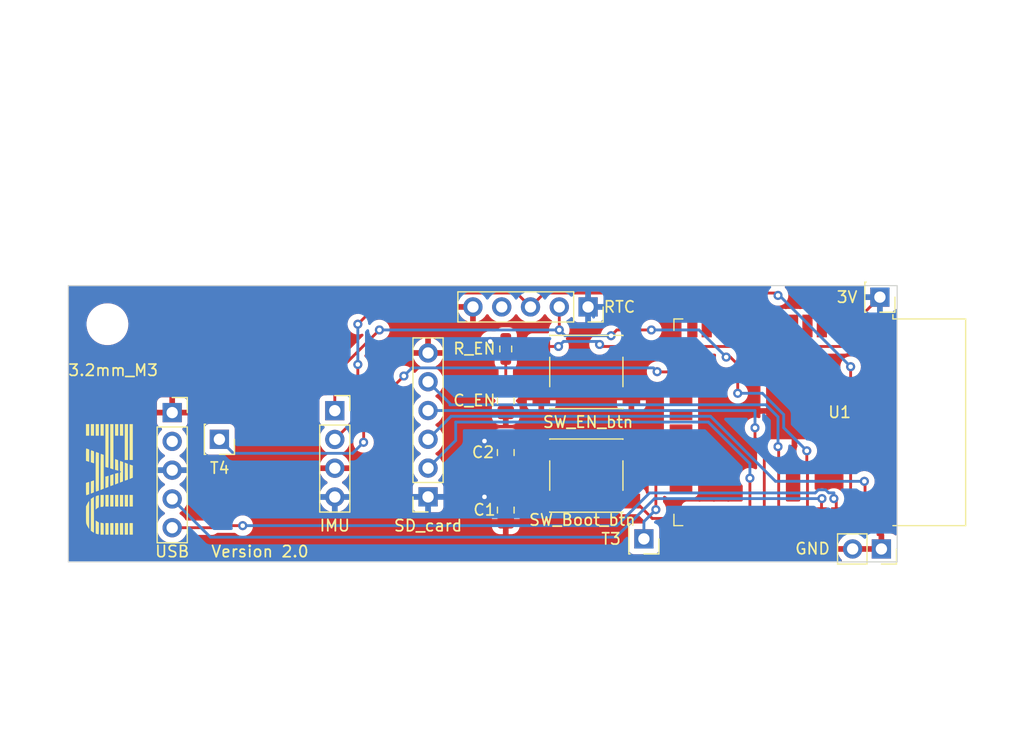
<source format=kicad_pcb>
(kicad_pcb (version 20221018) (generator pcbnew)
  (title_block (comment 4 "AISLER Project ID: LZOVBSDB"))
  (layers (0 "F.Cu" signal) (31 "B.Cu" signal) (34 "B.Paste" user) (35 "F.Paste" user) (36 "B.SilkS" user "B.Silkscreen") (37 "F.SilkS" user "F.Silkscreen") (38 "B.Mask" user) (39 "F.Mask" user) (44 "Edge.Cuts" user))
  (net 0 "")
  (net 1 "+3V3")
  (net 2 "GND")
  (net 3 "/EN")
  (net 4 "/IO0")
  (net 16 "/T4")
  (net 23 "/T3")
  (net 28 "/IO5")
  (net 29 "/IO18")
  (net 30 "/IO19")
  (net 32 "/IO21")
  (net 33 "/RXD0")
  (net 34 "/TXD0")
  (net 35 "/IO23")
  (net 38 "/IO22")
  (footprint "Connector_PinSocket_2.54mm:PinSocket_1x02_P2.54mm_Vertical" (layer "F.Cu") (at 167.62 132.613 -90)
    (fp_text reference "GND" (at -0.025 6.076) (layer "F.SilkS"))
    (fp_text value "Conn_01x02_Pin")
    (fp_line (start -1.33 1.27) (end -1.33 3.87) (stroke (width 0.12)) (layer "F.SilkS"))
    (fp_line (start -1.33 1.27) (end 1.33 1.27) (stroke (width 0.12)) (layer "F.SilkS"))
    (fp_line (start -1.33 3.87) (end 1.33 3.87) (stroke (width 0.12)) (layer "F.SilkS"))
    (fp_line (start 0 -1.33) (end 1.33 -1.33) (stroke (width 0.12)) (layer "F.SilkS"))
    (fp_line (start 1.33 -1.33) (end 1.33 0) (stroke (width 0.12)) (layer "F.SilkS"))
    (fp_line (start 1.33 1.27) (end 1.33 3.87) (stroke (width 0.12)) (layer "F.SilkS"))
    (pad "1" thru_hole rect (at 0 0 270) (size 1.7 1.7) (drill 1) (layers "*.Cu" "*.Mask") (net 2 "GND"))
    (pad "2" thru_hole oval (at 0 2.54 270) (size 1.7 1.7) (drill 1) (layers "*.Cu" "*.Mask") (net 2 "GND"))
  )
  (footprint "Connector_PinSocket_2.54mm:PinSocket_1x05_P2.54mm_Vertical" (layer "F.Cu") (at 141.732 111.252 -90)
    (fp_text reference "RTC" (at 0 -2.77 -180) (layer "F.SilkS"))
    (fp_text value "Conn_01x05_Male")
    (fp_line (start -1.33 1.27) (end -1.33 11.49) (stroke (width 0.12)) (layer "F.SilkS"))
    (fp_line (start -1.33 1.27) (end 1.33 1.27) (stroke (width 0.12)) (layer "F.SilkS"))
    (fp_line (start -1.33 11.49) (end 1.33 11.49) (stroke (width 0.12)) (layer "F.SilkS"))
    (fp_line (start 0 -1.33) (end 1.33 -1.33) (stroke (width 0.12)) (layer "F.SilkS"))
    (fp_line (start 1.33 -1.33) (end 1.33 0) (stroke (width 0.12)) (layer "F.SilkS"))
    (fp_line (start 1.33 1.27) (end 1.33 11.49) (stroke (width 0.12)) (layer "F.SilkS"))
    (pad "1" thru_hole rect (at 0 0 270) (size 1.7 1.7) (drill 1) (layers "*.Cu" "*.Mask") (net 1 "+3V3"))
    (pad "2" thru_hole oval (at 0 2.54 270) (size 1.7 1.7) (drill 1) (layers "*.Cu" "*.Mask") (net 32 "/IO21"))
    (pad "3" thru_hole oval (at 0 5.08 270) (size 1.7 1.7) (drill 1) (layers "*.Cu" "*.Mask") (net 38 "/IO22"))
    (pad "4" thru_hole oval (at 0 7.62 270) (size 1.7 1.7) (drill 1) (layers "*.Cu" "*.Mask"))
    (pad "5" thru_hole oval (at 0 10.16 270) (size 1.7 1.7) (drill 1) (layers "*.Cu" "*.Mask") (net 2 "GND"))
  )
  (footprint "RF_Module:ESP32-WROOM-32" (layer "F.Cu") (at 159.19 121.434 -90)
    (fp_text reference "U1" (at -0.886 -4.742 -180) (layer "F.SilkS"))
    (fp_text value "ESP32-WROOM-32")
    (fp_line (start -9.12 -15.865) (end -9.12 -9.445) (stroke (width 0.12)) (layer "F.SilkS"))
    (fp_line (start -9.12 -15.865) (end 9.12 -15.865) (stroke (width 0.12)) (layer "F.SilkS"))
    (fp_line (start -9.12 -9.445) (end -9.5 -9.445) (stroke (width 0.12)) (layer "F.SilkS"))
    (fp_line (start -9.12 9.1) (end -9.12 9.88) (stroke (width 0.12)) (layer "F.SilkS"))
    (fp_line (start -9.12 9.88) (end -8.12 9.88) (stroke (width 0.12)) (layer "F.SilkS"))
    (fp_line (start 9.12 -15.865) (end 9.12 -9.445) (stroke (width 0.12)) (layer "F.SilkS"))
    (fp_line (start 9.12 9.1) (end 9.12 9.88) (stroke (width 0.12)) (layer "F.SilkS"))
    (fp_line (start 9.12 9.88) (end 8.12 9.88) (stroke (width 0.12)) (layer "F.SilkS"))
    (pad "1" smd rect locked (at -8.5 -8.255 270) (size 2 0.9) (layers "F.Cu" "F.Paste" "F.Mask") (net 2 "GND"))
    (pad "2" smd rect locked (at -8.5 -6.985 270) (size 2 0.9) (layers "F.Cu" "F.Paste" "F.Mask") (net 1 "+3V3"))
    (pad "3" smd rect locked (at -8.5 -5.715 270) (size 2 0.9) (layers "F.Cu" "F.Paste" "F.Mask") (net 3 "/EN"))
    (pad "4" smd rect locked (at -8.5 -4.445 270) (size 2 0.9) (layers "F.Cu" "F.Paste" "F.Mask"))
    (pad "5" smd rect locked (at -8.5 -3.175 270) (size 2 0.9) (layers "F.Cu" "F.Paste" "F.Mask"))
    (pad "6" smd rect locked (at -8.5 -1.905 270) (size 2 0.9) (layers "F.Cu" "F.Paste" "F.Mask"))
    (pad "7" smd rect locked (at -8.5 -0.635 270) (size 2 0.9) (layers "F.Cu" "F.Paste" "F.Mask"))
    (pad "8" smd rect locked (at -8.5 0.635 270) (size 2 0.9) (layers "F.Cu" "F.Paste" "F.Mask"))
    (pad "9" smd rect locked (at -8.5 1.905 270) (size 2 0.9) (layers "F.Cu" "F.Paste" "F.Mask"))
    (pad "10" smd rect locked (at -8.5 3.175 270) (size 2 0.9) (layers "F.Cu" "F.Paste" "F.Mask"))
    (pad "11" smd rect locked (at -8.5 4.445 270) (size 2 0.9) (layers "F.Cu" "F.Paste" "F.Mask"))
    (pad "12" smd rect locked (at -8.5 5.715 270) (size 2 0.9) (layers "F.Cu" "F.Paste" "F.Mask"))
    (pad "13" smd rect locked (at -8.5 6.985 270) (size 2 0.9) (layers "F.Cu" "F.Paste" "F.Mask"))
    (pad "14" smd rect locked (at -8.5 8.255 270) (size 2 0.9) (layers "F.Cu" "F.Paste" "F.Mask"))
    (pad "15" smd rect locked (at -5.715 9.255) (size 2 0.9) (layers "F.Cu" "F.Paste" "F.Mask") (net 2 "GND"))
    (pad "16" smd rect locked (at -4.445 9.255) (size 2 0.9) (layers "F.Cu" "F.Paste" "F.Mask") (net 16 "/T4"))
    (pad "17" smd rect locked (at -3.175 9.255) (size 2 0.9) (layers "F.Cu" "F.Paste" "F.Mask"))
    (pad "18" smd rect locked (at -1.905 9.255) (size 2 0.9) (layers "F.Cu" "F.Paste" "F.Mask"))
    (pad "19" smd rect locked (at -0.635 9.255) (size 2 0.9) (layers "F.Cu" "F.Paste" "F.Mask"))
    (pad "20" smd rect locked (at 0.635 9.255) (size 2 0.9) (layers "F.Cu" "F.Paste" "F.Mask"))
    (pad "21" smd rect locked (at 1.905 9.255) (size 2 0.9) (layers "F.Cu" "F.Paste" "F.Mask"))
    (pad "22" smd rect locked (at 3.175 9.255) (size 2 0.9) (layers "F.Cu" "F.Paste" "F.Mask"))
    (pad "23" smd rect locked (at 4.445 9.255) (size 2 0.9) (layers "F.Cu" "F.Paste" "F.Mask") (net 23 "/T3"))
    (pad "24" smd rect locked (at 5.715 9.255) (size 2 0.9) (layers "F.Cu" "F.Paste" "F.Mask"))
    (pad "25" smd rect locked (at 8.5 8.255 270) (size 2 0.9) (layers "F.Cu" "F.Paste" "F.Mask") (net 4 "/IO0"))
    (pad "26" smd rect locked (at 8.5 6.985 270) (size 2 0.9) (layers "F.Cu" "F.Paste" "F.Mask"))
    (pad "27" smd rect locked (at 8.5 5.715 270) (size 2 0.9) (layers "F.Cu" "F.Paste" "F.Mask"))
    (pad "28" smd rect locked (at 8.5 4.445 270) (size 2 0.9) (layers "F.Cu" "F.Paste" "F.Mask"))
    (pad "29" smd rect locked (at 8.5 3.175 270) (size 2 0.9) (layers "F.Cu" "F.Paste" "F.Mask") (net 28 "/IO5"))
    (pad "30" smd rect locked (at 8.5 1.905 270) (size 2 0.9) (layers "F.Cu" "F.Paste" "F.Mask") (net 29 "/IO18"))
    (pad "31" smd rect locked (at 8.5 0.635 270) (size 2 0.9) (layers "F.Cu" "F.Paste" "F.Mask") (net 30 "/IO19"))
    (pad "32" smd rect locked (at 8.5 -0.635 270) (size 2 0.9) (layers "F.Cu" "F.Paste" "F.Mask"))
    (pad "33" smd rect locked (at 8.5 -1.905 270) (size 2 0.9) (layers "F.Cu" "F.Paste" "F.Mask") (net 32 "/IO21"))
    (pad "34" smd rect locked (at 8.5 -3.175 270) (size 2 0.9) (layers "F.Cu" "F.Paste" "F.Mask") (net 33 "/RXD0"))
    (pad "35" smd rect locked (at 8.5 -4.445 270) (size 2 0.9) (layers "F.Cu" "F.Paste" "F.Mask") (net 34 "/TXD0"))
    (pad "36" smd rect locked (at 8.5 -5.715 270) (size 2 0.9) (layers "F.Cu" "F.Paste" "F.Mask") (net 38 "/IO22"))
    (pad "37" smd rect locked (at 8.5 -6.985 270) (size 2 0.9) (layers "F.Cu" "F.Paste" "F.Mask") (net 35 "/IO23"))
    (pad "38" smd rect locked (at 8.5 -8.255 270) (size 2 0.9) (layers "F.Cu" "F.Paste" "F.Mask") (net 2 "GND"))
    (pad "39" smd rect locked (at -1 -0.755 270) (size 5 5) (layers "F.Cu" "F.Paste" "F.Mask") (net 2 "GND"))
  )
  (footprint "Connector_PinSocket_2.54mm:PinSocket_1x05_P2.54mm_Vertical" (layer "F.Cu") (at 105.029 120.578)
    (fp_text reference "USB" (at 0 12.264 180) (layer "F.SilkS"))
    (fp_text value "Conn_01x05_Male")
    (fp_line (start -1.33 1.27) (end -1.33 11.49) (stroke (width 0.12)) (layer "F.SilkS"))
    (fp_line (start -1.33 1.27) (end 1.33 1.27) (stroke (width 0.12)) (layer "F.SilkS"))
    (fp_line (start -1.33 11.49) (end 1.33 11.49) (stroke (width 0.12)) (layer "F.SilkS"))
    (fp_line (start 0 -1.33) (end 1.33 -1.33) (stroke (width 0.12)) (layer "F.SilkS"))
    (fp_line (start 1.33 -1.33) (end 1.33 0) (stroke (width 0.12)) (layer "F.SilkS"))
    (fp_line (start 1.33 1.27) (end 1.33 11.49) (stroke (width 0.12)) (layer "F.SilkS"))
    (pad "1" thru_hole rect (at 0 0) (size 1.7 1.7) (drill 1) (layers "*.Cu" "*.Mask") (net 2 "GND"))
    (pad "2" thru_hole oval (at 0 2.54) (size 1.7 1.7) (drill 1) (layers "*.Cu" "*.Mask"))
    (pad "3" thru_hole oval (at 0 5.08) (size 1.7 1.7) (drill 1) (layers "*.Cu" "*.Mask") (net 1 "+3V3"))
    (pad "4" thru_hole oval (at 0 7.62) (size 1.7 1.7) (drill 1) (layers "*.Cu" "*.Mask") (net 33 "/RXD0"))
    (pad "5" thru_hole oval (at 0 10.16) (size 1.7 1.7) (drill 1) (layers "*.Cu" "*.Mask") (net 34 "/TXD0"))
  )
  (footprint "Connector_PinSocket_2.54mm:PinSocket_1x04_P2.54mm_Vertical" (layer "F.Cu") (at 119.38 120.406)
    (fp_text reference "IMU" (at 0 10.15 180) (layer "F.SilkS"))
    (fp_text value "Conn_01x04_Male")
    (fp_line (start -1.33 1.27) (end -1.33 8.95) (stroke (width 0.12)) (layer "F.SilkS"))
    (fp_line (start -1.33 1.27) (end 1.33 1.27) (stroke (width 0.12)) (layer "F.SilkS"))
    (fp_line (start -1.33 8.95) (end 1.33 8.95) (stroke (width 0.12)) (layer "F.SilkS"))
    (fp_line (start 0 -1.33) (end 1.33 -1.33) (stroke (width 0.12)) (layer "F.SilkS"))
    (fp_line (start 1.33 -1.33) (end 1.33 0) (stroke (width 0.12)) (layer "F.SilkS"))
    (fp_line (start 1.33 1.27) (end 1.33 8.95) (stroke (width 0.12)) (layer "F.SilkS"))
    (pad "1" thru_hole rect (at 0 0) (size 1.7 1.7) (drill 1) (layers "*.Cu" "*.Mask") (net 32 "/IO21"))
    (pad "2" thru_hole oval (at 0 2.54) (size 1.7 1.7) (drill 1) (layers "*.Cu" "*.Mask") (net 38 "/IO22"))
    (pad "3" thru_hole oval (at 0 5.08) (size 1.7 1.7) (drill 1) (layers "*.Cu" "*.Mask") (net 2 "GND"))
    (pad "4" thru_hole oval (at 0 7.62) (size 1.7 1.7) (drill 1) (layers "*.Cu" "*.Mask") (net 1 "+3V3"))
  )
  (footprint "Button_Switch_SMD:SW_Push_1P1T_NO_6x6mm_H9.5mm" (layer "F.Cu") (at 141.58 116.992 180)
    (fp_text reference "SW_EN_btn" (at -0.152 -4.42 180) (layer "F.SilkS"))
    (fp_text value "SW_Push")
    (fp_line (start -3.23 -3.23) (end 3.23 -3.23) (stroke (width 0.12)) (layer "F.SilkS"))
    (fp_line (start -3.23 -3.2) (end -3.23 -3.23) (stroke (width 0.12)) (layer "F.SilkS"))
    (fp_line (start -3.23 -1.3) (end -3.23 1.3) (stroke (width 0.12)) (layer "F.SilkS"))
    (fp_line (start -3.23 3.23) (end -3.23 3.2) (stroke (width 0.12)) (layer "F.SilkS"))
    (fp_line (start -3.23 3.23) (end 3.23 3.23) (stroke (width 0.12)) (layer "F.SilkS"))
    (fp_line (start 3.23 -3.23) (end 3.23 -3.2) (stroke (width 0.12)) (layer "F.SilkS"))
    (fp_line (start 3.23 -1.3) (end 3.23 1.3) (stroke (width 0.12)) (layer "F.SilkS"))
    (fp_line (start 3.23 3.23) (end 3.23 3.2) (stroke (width 0.12)) (layer "F.SilkS"))
    (pad "1" smd rect (at -3.975 -2.25 180) (size 1.55 1.3) (layers "F.Cu" "F.Paste" "F.Mask") (net 2 "GND"))
    (pad "1" smd rect (at 3.975 -2.25 180) (size 1.55 1.3) (layers "F.Cu" "F.Paste" "F.Mask") (net 2 "GND"))
    (pad "2" smd rect (at -3.975 2.25 180) (size 1.55 1.3) (layers "F.Cu" "F.Paste" "F.Mask") (net 3 "/EN"))
    (pad "2" smd rect (at 3.975 2.25 180) (size 1.55 1.3) (layers "F.Cu" "F.Paste" "F.Mask") (net 3 "/EN"))
  )
  (footprint "Connector_PinSocket_2.54mm:PinSocket_1x01_P2.54mm_Vertical" (layer "F.Cu") (at 146.66 131.724 -90)
    (fp_text reference "T3" (at 0 2.896 -180) (layer "F.SilkS"))
    (fp_text value "Conn_01x01_Male")
    (fp_line (start -1.33 1.21) (end -1.33 1.33) (stroke (width 0.12)) (layer "F.SilkS"))
    (fp_line (start -1.33 1.33) (end 1.33 1.33) (stroke (width 0.12)) (layer "F.SilkS"))
    (fp_line (start 0 -1.33) (end 1.33 -1.33) (stroke (width 0.12)) (layer "F.SilkS"))
    (fp_line (start 1.33 -1.33) (end 1.33 0) (stroke (width 0.12)) (layer "F.SilkS"))
    (fp_line (start 1.33 1.21) (end 1.33 1.33) (stroke (width 0.12)) (layer "F.SilkS"))
    (pad "1" thru_hole rect (at 0 0 270) (size 1.7 1.7) (drill 1) (layers "*.Cu" "*.Mask") (net 23 "/T3"))
  )
  (footprint "Connector_PinSocket_2.54mm:PinSocket_1x01_P2.54mm_Vertical" (layer "F.Cu") (at 109.195 122.936 -90)
    (fp_text reference "T4" (at 2.54 -0.025 -180) (layer "F.SilkS"))
    (fp_text value "Conn_01x01_Male")
    (fp_line (start -1.33 1.21) (end -1.33 1.33) (stroke (width 0.12)) (layer "F.SilkS"))
    (fp_line (start -1.33 1.33) (end 1.33 1.33) (stroke (width 0.12)) (layer "F.SilkS"))
    (fp_line (start 0 -1.33) (end 1.33 -1.33) (stroke (width 0.12)) (layer "F.SilkS"))
    (fp_line (start 1.33 -1.33) (end 1.33 0) (stroke (width 0.12)) (layer "F.SilkS"))
    (fp_line (start 1.33 1.21) (end 1.33 1.33) (stroke (width 0.12)) (layer "F.SilkS"))
    (pad "1" thru_hole rect (at 0 0 270) (size 1.7 1.7) (drill 1) (layers "*.Cu" "*.Mask") (net 16 "/T4"))
  )
  (footprint "LOGO" (layer "F.Cu") (at 99.416 126.644 -90)
    (fp_text reference "G***" hide)
    (fp_text value "LOGO" hide)
    (fp_poly (pts (xy -4.024045 -0.998876) (xy -5.05146 -0.998876) (xy -5.05146 -1.28427) (xy -4.024045 -1.28427)) (fill solid) (layer "F.SilkS"))
    (fp_poly (pts (xy -4.024045 -0.570787) (xy -5.05146 -0.570787) (xy -5.05146 -0.85618) (xy -4.024045 -0.85618)) (fill solid) (layer "F.SilkS"))
    (fp_poly (pts (xy -4.024045 0.713483) (xy -5.05146 0.713483) (xy -5.05146 0.42809) (xy -4.024045 0.42809)) (fill solid) (layer "F.SilkS"))
    (fp_poly (pts (xy -4.024045 1.141573) (xy -5.05146 1.141573) (xy -5.05146 0.85618) (xy -4.024045 0.85618)) (fill solid) (layer "F.SilkS"))
    (fp_poly (pts (xy -4.024045 1.569663) (xy -5.05146 1.569663) (xy -5.05146 1.28427) (xy -4.024045 1.28427)) (fill solid) (layer "F.SilkS"))
    (fp_poly (pts (xy -4.024045 1.997753) (xy -5.05146 1.997753) (xy -5.05146 1.712359) (xy -4.024045 1.712359)) (fill solid) (layer "F.SilkS"))
    (fp_poly (pts (xy -1.883595 -1.855056) (xy -5.05146 -1.855056) (xy -5.05146 -2.140449) (xy -1.883595 -2.140449)) (fill solid) (layer "F.SilkS"))
    (fp_poly (pts (xy -1.883595 -1.426966) (xy -5.05146 -1.426966) (xy -5.05146 -1.71236) (xy -1.883595 -1.71236)) (fill solid) (layer "F.SilkS"))
    (fp_poly (pts (xy 2.226068 -1.855056) (xy 1.198652 -1.855056) (xy 1.198652 -2.140449) (xy 2.226068 -2.140449)) (fill solid) (layer "F.SilkS"))
    (fp_poly (pts (xy 2.226068 -1.426966) (xy 1.198652 -1.426966) (xy 1.198652 -1.71236) (xy 2.226068 -1.71236)) (fill solid) (layer "F.SilkS"))
    (fp_poly (pts (xy 2.226068 -0.998876) (xy 1.198652 -0.998876) (xy 1.198652 -1.28427) (xy 2.226068 -1.28427)) (fill solid) (layer "F.SilkS"))
    (fp_poly (pts (xy 2.226068 -0.570787) (xy 1.198652 -0.570787) (xy 1.198652 -0.85618) (xy 2.226068 -0.85618)) (fill solid) (layer "F.SilkS"))
    (fp_poly (pts (xy 2.226068 -0.142697) (xy 1.198652 -0.142697) (xy 1.198652 -0.42809) (xy 2.226068 -0.42809)) (fill solid) (layer "F.SilkS"))
    (fp_poly (pts (xy 2.226068 0.285393) (xy 1.198652 0.285393) (xy 1.198652 0) (xy 2.226068 0)) (fill solid) (layer "F.SilkS"))
    (fp_poly (pts (xy 4.708989 -1.855056) (xy 3.681573 -1.855056) (xy 3.681573 -2.140449) (xy 4.708989 -2.140449)) (fill solid) (layer "F.SilkS"))
    (fp_poly (pts (xy 4.708989 -1.426966) (xy 3.681573 -1.426966) (xy 3.681573 -1.71236) (xy 4.708989 -1.71236)) (fill solid) (layer "F.SilkS"))
    (fp_poly (pts (xy 4.708989 -0.998876) (xy 3.681573 -0.998876) (xy 3.681573 -1.28427) (xy 4.708989 -1.28427)) (fill solid) (layer "F.SilkS"))
    (fp_poly (pts (xy 4.708989 -0.570787) (xy 3.681573 -0.570787) (xy 3.681573 -0.85618) (xy 4.708989 -0.85618)) (fill solid) (layer "F.SilkS"))
    (fp_poly (pts (xy 4.708989 -0.142697) (xy 3.681573 -0.142697) (xy 3.681573 -0.42809) (xy 4.708989 -0.42809)) (fill solid) (layer "F.SilkS"))
    (fp_poly (pts (xy 4.708989 0.285393) (xy 3.681573 0.285393) (xy 3.681573 0) (xy 4.708989 0)) (fill solid) (layer "F.SilkS"))
    (fp_poly (pts (xy 0.222928 -0.713483) (xy 0.28223 -0.570787) (xy -0.677809 -0.570787) (xy -0.694959 -0.64927) (xy -0.715062 -0.734038) (xy -0.730394 -0.791966) (xy -0.748679 -0.85618) (xy 0.163626 -0.85618)) (fill solid) (layer "F.SilkS"))
    (fp_poly (pts (xy -0.953236 -0.79269) (xy -0.973974 -0.713024) (xy -0.988861 -0.64927) (xy -1.006011 -0.570787) (xy -1.968205 -0.570787) (xy -1.917902 -0.706348) (xy -1.8676 -0.84191) (xy -1.401181 -0.849769) (xy -0.934762 -0.857627)) (fill solid) (layer "F.SilkS"))
    (fp_poly (pts (xy 0.002761 0.006446) (xy 0.497707 0.01427) (xy 0.548012 0.149831) (xy 0.598317 0.285393) (xy -0.420955 0.285393) (xy -0.438105 0.20691) (xy -0.458302 0.12178) (xy -0.47372 0.063524) (xy -0.492186 -0.001378)) (fill solid) (layer "F.SilkS"))
    (fp_poly (pts (xy 1.898202 0.428215) (xy 2.03755 0.430318) (xy 2.134877 0.436993) (xy 2.19771 0.450831) (xy 2.233576 0.474427) (xy 2.250002 0.510373) (xy 2.254515 0.561261) (xy 2.254607 0.61593) (xy 2.254607 0.713483) (xy 1.198652 0.713483) (xy 1.198652 0.42809) (xy 1.709306 0.42809)) (fill solid) (layer "F.SilkS"))
    (fp_poly (pts (xy 4.36091 0.857443) (xy 4.511672 0.86138) (xy 4.612641 0.868216) (xy 4.667433 0.878173) (xy 4.68045 0.888543) (xy 4.672737 0.935005) (xy 4.65359 1.009982) (xy 4.647393 1.031239) (xy 4.614336 1.141573) (xy 3.455616 1.141573) (xy 3.544321 0.998876) (xy 3.633026 0.85618) (xy 4.156738 0.85618)) (fill solid) (layer "F.SilkS"))
    (fp_poly (pts (xy 4.708989 0.713483) (xy 3.645899 0.713483) (xy 3.663736 0.624298) (xy 3.676645 0.54308) (xy 3.681573 0.481601) (xy 3.684778 0.462551) (xy 3.699536 0.448642) (xy 3.733565 0.439072) (xy 3.794581 0.433035) (xy 3.890301 0.429729) (xy 4.028442 0.428349) (xy 4.195281 0.42809) (xy 4.708989 0.42809)) (fill solid) (layer "F.SilkS"))
    (fp_poly (pts (xy -1.76324 1.855056) (xy -1.808872 1.997753) (xy -2.362995 1.997753) (xy -2.561529 1.996965) (xy -2.708807 1.994347) (xy -2.810633 1.989516) (xy -2.872811 1.982089) (xy -2.901145 1.971682) (xy -2.903828 1.962079) (xy -2.886036 1.913312) (xy -2.858823 1.837775) (xy -2.852232 1.819382) (xy -2.813927 1.712359) (xy -1.717607 1.712359)) (fill solid) (layer "F.SilkS"))
    (fp_poly (pts (xy -0.26224 -1.997753) (xy -0.202938 -1.855056) (xy -0.843492 -1.855056) (xy -1.027812 -1.855446) (xy -1.191383 -1.856539) (xy -1.32614 -1.858219) (xy -1.424018 -1.860371) (xy -1.476952 -1.862878) (xy -1.484045 -1.864242) (xy -1.475656 -1.894162) (xy -1.454261 -1.960272) (xy -1.438553 -2.006939) (xy -1.393061 -2.140449) (xy -0.321542 -2.140449)) (fill solid) (layer "F.SilkS"))
    (fp_poly (pts (xy 0.276502 1.288815) (xy 0.443308 1.290739) (xy 0.445737 1.290775) (xy 0.977092 1.298539) (xy 1.030317 1.434101) (xy 1.083541 1.569663) (xy 0.005366 1.569663) (xy -0.040126 1.436152) (xy -0.06638 1.357289) (xy -0.082815 1.304435) (xy -0.085618 1.292826) (xy -0.058559 1.290135) (xy 0.016716 1.288547) (xy 0.131354 1.288096)) (fill solid) (layer "F.SilkS"))
    (fp_poly (pts (xy -1.609606 1.354359) (xy -1.63437 1.438374) (xy -1.654802 1.497056) (xy -1.682407 1.569663) (xy -2.211091 1.569663) (xy -2.40488 1.568197) (xy -2.559032 1.563968) (xy -2.668732 1.557231) (xy -2.729163 1.548242) (xy -2.739775 1.541701) (xy -2.729877 1.49967) (xy -2.705067 1.427843) (xy -2.693867 1.399004) (xy -2.64796 1.28427) (xy -1.592014 1.28427)) (fill solid) (layer "F.SilkS"))
    (fp_poly (pts (xy 1.181283 1.827094) (xy 1.209676 1.904083) (xy 1.2258 1.959493) (xy 1.227191 1.969791) (xy 1.199446 1.97994) (xy 1.119331 1.988035) (xy 0.991526 1.993837) (xy 0.82071 1.997103) (xy 0.684238 1.997753) (xy 0.141284 1.997753) (xy 0.113679 1.925146) (xy 0.084904 1.840123) (xy 0.068482 1.782449) (xy 0.050891 1.712359) (xy 1.135376 1.712359)) (fill solid) (layer "F.SilkS"))
    (fp_poly (pts (xy -0.102738 -1.579341) (xy -0.07644 -1.500471) (xy -0.059937 -1.447732) (xy -0.057078 -1.436152) (xy -0.084414 -1.433773) (xy -0.161605 -1.431623) (xy -0.281429 -1.429785) (xy -0.436662 -1.428342) (xy -0.620082 -1.427377) (xy -0.824467 -1.426973) (xy -0.855703 -1.426966) (xy -1.654327 -1.426966) (xy -1.601093 -1.562528) (xy -1.54786 -1.69809) (xy -0.848129 -1.705717) (xy -0.148397 -1.713344)) (fill solid) (layer "F.SilkS"))
    (fp_poly (pts (xy 0.708097 0.570786) (xy 0.767399 0.713483) (xy -0.829222 0.713483) (xy -1.202049 0.712988) (xy -1.528475 0.711521) (xy -1.806922 0.70911) (xy -2.035811 0.705782) (xy -2.213565 0.701565) (xy -2.338605 0.696486) (xy -2.409354 0.690574) (xy -2.425843 0.685521) (xy -2.415945 0.64349) (xy -2.391135 0.571663) (xy -2.379935 0.542825) (xy -2.334027 0.42809) (xy 0.648795 0.42809)) (fill solid) (layer "F.SilkS"))
    (fp_poly (pts (xy 3.995155 1.289444) (xy 4.188514 1.290172) (xy 4.343633 1.291331) (xy 4.455313 1.292902) (xy 4.518356 1.294869) (xy 4.530747 1.29629) (xy 4.522883 1.324499) (xy 4.489487 1.384185) (xy 4.453515 1.43923) (xy 4.363775 1.569663) (xy 1.555393 1.569097) (xy 1.368279 1.298539) (xy 2.943259 1.291161) (xy 3.237606 1.290003) (xy 3.514502 1.289342) (xy 3.768751 1.289161)) (fill solid) (layer "F.SilkS"))
    (fp_poly (pts (xy -2.799198 0.000229) (xy -2.490674 0.000891) (xy -2.204136 0.001947) (xy -1.944233 0.00336) (xy -1.715618 0.00509) (xy -1.522939 0.007099) (xy -1.370848 0.009349) (xy -1.263995 0.011801) (xy -1.207032 0.014418) (xy -1.198652 0.015901) (xy -1.205052 0.050841) (xy -1.221228 0.120764) (xy -1.230579 0.158598) (xy -1.262506 0.285393) (xy -5.05146 0.285393) (xy -5.05146 0) (xy -3.125056 0)) (fill solid) (layer "F.SilkS"))
    (fp_poly (pts (xy -2.721725 -0.427962) (xy -2.406993 -0.427593) (xy -2.114079 -0.427003) (xy -1.84755 -0.426214) (xy -1.611972 -0.425247) (xy -1.411912 -0.424122) (xy -1.251937 -0.42286) (xy -1.136614 -0.421483) (xy -1.07051 -0.420012) (xy -1.055955 -0.418904) (xy -1.064344 -0.388984) (xy -1.085739 -0.322874) (xy -1.101447 -0.276208) (xy -1.146938 -0.142697) (xy -5.05146 -0.142697) (xy -5.05146 -0.42809) (xy -3.053708 -0.42809)) (fill solid) (layer "F.SilkS"))
    (fp_poly (pts (xy 4.100705 1.785629) (xy 4.009651 1.841487) (xy 3.899299 1.901176) (xy 3.84436 1.928047) (xy 3.797564 1.949024) (xy 3.753127 1.965258) (xy 3.703246 1.977352) (xy 3.640116 1.985907) (xy 3.555934 1.991526) (xy 3.442895 1.994811) (xy 3.293196 1.996364) (xy 3.099032 1.996786) (xy 2.95382 1.996745) (xy 2.211798 1.996294) (xy 2.040562 1.911701) (xy 1.939424 1.858482) (xy 1.849285 1.80549) (xy 1.797978 1.770369) (xy 1.726629 1.713629) (xy 4.208531 1.712359)) (fill solid) (layer "F.SilkS"))
    (fp_poly (pts (xy 0.369311 -0.321067) (xy 0.397313 -0.243185) (xy 0.418146 -0.18584) (xy 0.420907 -0.178371) (xy 0.413413 -0.164806) (xy 0.375274 -0.154926) (xy 0.300396 -0.148271) (xy 0.182682 -0.14438) (xy 0.016038 -0.142793) (xy -0.051342 -0.142697) (xy -0.536882 -0.142697) (xy -0.582373 -0.276208) (xy -0.608617 -0.354922) (xy -0.625053 -0.40748) (xy -0.627865 -0.418904) (xy -0.60088 -0.421936) (xy -0.526138 -0.424545) (xy -0.412963 -0.426555) (xy -0.270676 -0.427785) (xy -0.14843 -0.42809) (xy 0.331006 -0.42809)) (fill solid) (layer "F.SilkS"))
    (fp_poly (pts (xy 1.954975 0.85636) (xy 2.093745 0.857499) (xy 2.191124 0.860498) (xy 2.254957 0.866253) (xy 2.293089 0.875666) (xy 2.313363 0.889634) (xy 2.323623 0.909057) (xy 2.327238 0.920393) (xy 2.359857 0.98466) (xy 2.413631 1.055995) (xy 2.420119 1.06309) (xy 2.4936 1.141573) (xy 1.902498 1.141573) (xy 1.70478 1.14142) (xy 1.556607 1.140436) (xy 1.450446 1.137834) (xy 1.378763 1.132827) (xy 1.334024 1.124628) (xy 1.308697 1.112451) (xy 1.295247 1.095508) (xy 1.287742 1.077359) (xy 1.262354 0.998458) (xy 1.245096 0.934663) (xy 1.226104 0.85618) (xy 1.766971 0.85618)) (fill solid) (layer "F.SilkS"))
    (fp_poly (pts (xy -0.845893 -1.277547) (xy 0.012504 -1.27) (xy 0.062827 -1.134438) (xy 0.113149 -0.998876) (xy -0.338615 -0.998876) (xy -0.508431 -0.999175) (xy -0.629991 -1.000856) (xy -0.712115 -1.0051) (xy -0.763626 -1.013084) (xy -0.793345 -1.025988) (xy -0.810093 -1.044991) (xy -0.819063 -1.06309) (xy -0.847747 -1.127303) (xy -0.868156 -1.06309) (xy -0.877711 -1.039049) (xy -0.894407 -1.021908) (xy -0.926879 -1.010502) (xy -0.983758 -1.003662) (xy -1.073678 -1.000223) (xy -1.205272 -0.999017) (xy -1.343271 -0.998876) (xy -1.497103 -1.000088) (xy -1.628679 -1.003436) (xy -1.728428 -1.008491) (xy -1.786779 -1.01482) (xy -1.797977 -1.019327) (xy -1.788569 -1.05622) (xy -1.764793 -1.125777) (xy -1.751134 -1.162436) (xy -1.70429 -1.285095)) (fill solid) (layer "F.SilkS"))
    (fp_poly (pts (xy 0.85448 0.963202) (xy 0.882481 1.041085) (xy 0.903315 1.098429) (xy 0.906076 1.105899) (xy 0.898272 1.113472) (xy 0.86646 1.119963) (xy 0.807134 1.125444) (xy 0.716788 1.129986) (xy 0.591915 1.133661) (xy 0.42901 1.13654) (xy 0.224567 1.138696) (xy -0.024922 1.140199) (xy -0.322961 1.141121) (xy -0.673056 1.141534) (xy -0.841235 1.141573) (xy -1.214758 1.141358) (xy -1.534711 1.140667) (xy -1.804598 1.139428) (xy -2.027926 1.137568) (xy -2.208201 1.135017) (xy -2.348928 1.131703) (xy -2.453614 1.127553) (xy -2.525765 1.122497) (xy -2.568887 1.116463) (xy -2.586486 1.109379) (xy -2.587041 1.105899) (xy -2.568955 1.05675) (xy -2.543078 0.98068) (xy -2.537337 0.963202) (xy -2.502426 0.85618) (xy 0.816174 0.85618)) (fill solid) (layer "F.SilkS"))
  )
  (footprint "Capacitor_SMD:C_0805_2012Metric_Pad1.18x1.45mm_HandSolder" (layer "F.Cu") (at 134.468 119.532 -90)
    (fp_text reference "C_EN" (at -0.025 2.769 180) (layer "F.SilkS"))
    (fp_text value "0.1uF")
    (fp_line (start -0.261252 -0.735) (end 0.261252 -0.735) (stroke (width 0.12)) (layer "F.SilkS"))
    (fp_line (start -0.261252 0.735) (end 0.261252 0.735) (stroke (width 0.12)) (layer "F.SilkS"))
    (pad "1" smd roundrect (at -1.0375 0 270) (size 1.175 1.45) (layers "F.Cu" "F.Paste" "F.Mask") (roundrect_rratio 0.2127659574) (net 3 "/EN"))
    (pad "2" smd roundrect (at 1.0375 0 270) (size 1.175 1.45) (layers "F.Cu" "F.Paste" "F.Mask") (roundrect_rratio 0.2127659574) (net 2 "GND"))
  )
  (footprint "Button_Switch_SMD:SW_Push_1P1T_NO_6x6mm_H9.5mm" (layer "F.Cu") (at 141.58 126.136)
    (fp_text reference "SW_Boot_btn" (at -0.356 3.912 180) (layer "F.SilkS"))
    (fp_text value "SW_Push")
    (fp_line (start -3.23 -3.23) (end 3.23 -3.23) (stroke (width 0.12)) (layer "F.SilkS"))
    (fp_line (start -3.23 -3.2) (end -3.23 -3.23) (stroke (width 0.12)) (layer "F.SilkS"))
    (fp_line (start -3.23 -1.3) (end -3.23 1.3) (stroke (width 0.12)) (layer "F.SilkS"))
    (fp_line (start -3.23 3.23) (end -3.23 3.2) (stroke (width 0.12)) (layer "F.SilkS"))
    (fp_line (start -3.23 3.23) (end 3.23 3.23) (stroke (width 0.12)) (layer "F.SilkS"))
    (fp_line (start 3.23 -3.23) (end 3.23 -3.2) (stroke (width 0.12)) (layer "F.SilkS"))
    (fp_line (start 3.23 -1.3) (end 3.23 1.3) (stroke (width 0.12)) (layer "F.SilkS"))
    (fp_line (start 3.23 3.23) (end 3.23 3.2) (stroke (width 0.12)) (layer "F.SilkS"))
    (pad "1" smd rect (at -3.975 -2.25) (size 1.55 1.3) (layers "F.Cu" "F.Paste" "F.Mask") (net 2 "GND"))
    (pad "1" smd rect (at 3.975 -2.25) (size 1.55 1.3) (layers "F.Cu" "F.Paste" "F.Mask") (net 2 "GND"))
    (pad "2" smd rect (at -3.975 2.25) (size 1.55 1.3) (layers "F.Cu" "F.Paste" "F.Mask") (net 4 "/IO0"))
    (pad "2" smd rect (at 3.975 2.25) (size 1.55 1.3) (layers "F.Cu" "F.Paste" "F.Mask") (net 4 "/IO0"))
  )
  (footprint "Resistor_SMD:R_0603_1608Metric_Pad0.98x0.95mm_HandSolder" (layer "F.Cu") (at 134.468 114.96 -90)
    (fp_text reference "R_EN" (at -0.025 2.769 180) (layer "F.SilkS"))
    (fp_text value "10K")
    (fp_line (start -0.254724 -0.5225) (end 0.254724 -0.5225) (stroke (width 0.12)) (layer "F.SilkS"))
    (fp_line (start -0.254724 0.5225) (end 0.254724 0.5225) (stroke (width 0.12)) (layer "F.SilkS"))
    (pad "1" smd roundrect (at -0.9125 0 270) (size 0.975 0.95) (layers "F.Cu" "F.Paste" "F.Mask") (net 1 "+3V3"))
    (pad "2" smd roundrect (at 0.9125 0 270) (size 0.975 0.95) (layers "F.Cu" "F.Paste" "F.Mask") (net 3 "/EN"))
  )
  (footprint "Connector_PinSocket_2.54mm:PinSocket_1x01_P2.54mm_Vertical" (layer "F.Cu") (at 167.488 110.388 -90)
    (fp_text reference "3V" (at 0 2.896) (layer "F.SilkS"))
    (fp_text value "Conn_01x01_Male")
    (fp_line (start -1.33 1.21) (end -1.33 1.33) (stroke (width 0.12)) (layer "F.SilkS"))
    (fp_line (start -1.33 1.33) (end 1.33 1.33) (stroke (width 0.12)) (layer "F.SilkS"))
    (fp_line (start 0 -1.33) (end 1.33 -1.33) (stroke (width 0.12)) (layer "F.SilkS"))
    (fp_line (start 1.33 -1.33) (end 1.33 0) (stroke (width 0.12)) (layer "F.SilkS"))
    (fp_line (start 1.33 1.21) (end 1.33 1.33) (stroke (width 0.12)) (layer "F.SilkS"))
    (pad "1" thru_hole rect (at 0 0 270) (size 1.7 1.7) (drill 1) (layers "*.Cu" "*.Mask") (net 1 "+3V3"))
  )
  (footprint "Capacitor_SMD:C_0805_2012Metric_Pad1.18x1.45mm_HandSolder" (layer "F.Cu") (at 134.468 129.184 -90)
    (fp_text reference "C1" (at -0.025 1.88 -180) (layer "F.SilkS"))
    (fp_text value "10uF")
    (fp_line (start -0.261252 -0.735) (end 0.261252 -0.735) (stroke (width 0.12)) (layer "F.SilkS"))
    (fp_line (start -0.261252 0.735) (end 0.261252 0.735) (stroke (width 0.12)) (layer "F.SilkS"))
    (pad "1" smd roundrect (at -1.0375 0 270) (size 1.175 1.45) (layers "F.Cu" "F.Paste" "F.Mask") (roundrect_rratio 0.2127659574) (net 1 "+3V3"))
    (pad "2" smd roundrect (at 1.0375 0 270) (size 1.175 1.45) (layers "F.Cu" "F.Paste" "F.Mask") (roundrect_rratio 0.2127659574) (net 2 "GND"))
  )
  (footprint "Connector_PinSocket_2.54mm:PinSocket_1x06_P2.54mm_Vertical" (layer "F.Cu") (at 127.61 128.016 180)
    (fp_text reference "SD_card" (at 0 -2.54) (layer "F.SilkS"))
    (fp_text value "Conn_01x06_Male")
    (fp_line (start -1.33 1.27) (end -1.33 14.03) (stroke (width 0.12)) (layer "F.SilkS"))
    (fp_line (start -1.33 1.27) (end 1.33 1.27) (stroke (width 0.12)) (layer "F.SilkS"))
    (fp_line (start -1.33 14.03) (end 1.33 14.03) (stroke (width 0.12)) (layer "F.SilkS"))
    (fp_line (start 0 -1.33) (end 1.33 -1.33) (stroke (width 0.12)) (layer "F.SilkS"))
    (fp_line (start 1.33 -1.33) (end 1.33 0) (stroke (width 0.12)) (layer "F.SilkS"))
    (fp_line (start 1.33 1.27) (end 1.33 14.03) (stroke (width 0.12)) (layer "F.SilkS"))
    (pad "1" thru_hole rect (at 0 0 180) (size 1.7 1.7) (drill 1) (layers "*.Cu" "*.Mask") (net 1 "+3V3"))
    (pad "2" thru_hole oval (at 0 2.54 180) (size 1.7 1.7) (drill 1) (layers "*.Cu" "*.Mask") (net 28 "/IO5"))
    (pad "3" thru_hole oval (at 0 5.08 180) (size 1.7 1.7) (drill 1) (layers "*.Cu" "*.Mask") (net 35 "/IO23"))
    (pad "4" thru_hole oval (at 0 7.62 180) (size 1.7 1.7) (drill 1) (layers "*.Cu" "*.Mask") (net 29 "/IO18"))
    (pad "5" thru_hole oval (at 0 10.16 180) (size 1.7 1.7) (drill 1) (layers "*.Cu" "*.Mask") (net 30 "/IO19"))
    (pad "6" thru_hole oval (at 0 12.7 180) (size 1.7 1.7) (drill 1) (layers "*.Cu" "*.Mask") (net 2 "GND"))
  )
  (footprint "Capacitor_SMD:C_0805_2012Metric_Pad1.18x1.45mm_HandSolder" (layer "F.Cu") (at 134.468 124.104 -90)
    (fp_text reference "C2" (at -0.025 2.007 -180) (layer "F.SilkS"))
    (fp_text value "0.1uF")
    (fp_line (start -0.261252 -0.735) (end 0.261252 -0.735) (stroke (width 0.12)) (layer "F.SilkS"))
    (fp_line (start -0.261252 0.735) (end 0.261252 0.735) (stroke (width 0.12)) (layer "F.SilkS"))
    (pad "1" smd roundrect (at -1.0375 0 270) (size 1.175 1.45) (layers "F.Cu" "F.Paste" "F.Mask") (roundrect_rratio 0.2127659574) (net 1 "+3V3"))
    (pad "2" smd roundrect (at 1.0375 0 270) (size 1.175 1.45) (layers "F.Cu" "F.Paste" "F.Mask") (roundrect_rratio 0.2127659574) (net 2 "GND"))
  )
  (footprint "MountingHole:MountingHole_3.2mm_M3" (layer "F.Cu") (at 99.314 112.776)
    (fp_text reference "3.2mm_M3" hide)
    (fp_text value "MountingHole_3.2mm_M3")
    (pad "" np_thru_hole circle (at 0 0) (size 3.2 3.2) (drill 3.2) (layers "*.Cu" "*.Mask"))
  )
  (gr_rect (start 95.86 109.372) (end 169.012 133.756) (stroke (width 0.1)) (fill none) (layer "Edge.Cuts"))
  (gr_text "3.2mm_M3" (at 99.822 116.84) (layer "F.SilkS") (effects (font (size 1 1))))
  (gr_text "Version 2.0" (at 112.776 132.842) (layer "F.SilkS") (effects (font (size 1 1))))
  (segment (start 134.468 114.0475) (end 133.3485 114.0475) (width 0.25) (layer "F.Cu") (net 1))
  (segment (start 132.588 123.088) (end 134.4465 123.088) (width 0.25) (layer "F.Cu") (net 1))
  (segment (start 166.175 111.701) (end 167.488 110.388) (width 0.25) (layer "F.Cu") (net 1))
  (segment (start 133.3485 114.0475) (end 133.096 114.3) (width 0.25) (layer "F.Cu") (net 1))
  (segment (start 134.4465 123.088) (end 134.468 123.0665) (width 0.25) (layer "F.Cu") (net 1))
  (segment (start 134.3375 128.016) (end 134.468 128.1465) (width 0.25) (layer "F.Cu") (net 1))
  (segment (start 132.588 128.016) (end 134.3375 128.016) (width 0.25) (layer "F.Cu") (net 1))
  (segment (start 166.175 112.934) (end 166.175 111.701) (width 0.25) (layer "F.Cu") (net 1))
  (via (at 132.588 123.088) (size 0.8) (drill 0.4) (layers "F.Cu" "B.Cu") (net 1))
  (via (at 133.096 114.3) (size 0.8) (drill 0.4) (layers "F.Cu" "B.Cu") (net 1))
  (via (at 132.588 128.016) (size 0.8) (drill 0.4) (layers "F.Cu" "B.Cu") (net 1))
  (segment (start 142.22 112.152412) (end 142.22 111.227588) (width 0.25) (layer "B.Cu") (net 1))
  (segment (start 142.22 111.227588) (end 141.502412 110.51) (width 0.25) (layer "B.Cu") (net 1))
  (segment (start 131.572 111.252) (end 131.445 111.252) (width 0.25) (layer "F.Cu") (net 2))
  (segment (start 127.635 115.316) (end 127.61 115.316) (width 0.25) (layer "B.Cu") (net 2))
  (segment (start 164.347 114.742) (end 145.555 114.742) (width 0.25) (layer "F.Cu") (net 3))
  (segment (start 137.605 114.742) (end 139.126 114.742) (width 0.25) (layer "F.Cu") (net 3))
  (segment (start 164.905 112.934) (end 164.905 114.184) (width 0.25) (layer "F.Cu") (net 3))
  (segment (start 142.748 114.5665) (end 142.9235 114.742) (width 0.25) (layer "F.Cu") (net 3))
  (segment (start 164.905 114.184) (end 164.347 114.742) (width 0.25) (layer "F.Cu") (net 3))
  (segment (start 134.468 115.8725) (end 134.468 118.4945) (width 0.25) (layer "F.Cu") (net 3))
  (segment (start 164.948 112.977) (end 164.905 112.934) (width 0.25) (layer "F.Cu") (net 3))
  (segment (start 137.605 114.742) (end 135.5985 114.742) (width 0.25) (layer "F.Cu") (net 3))
  (segment (start 139.192 114.808) (end 139.126 114.742) (width 0.25) (layer "F.Cu") (net 3))
  (segment (start 142.9235 114.742) (end 145.555 114.742) (width 0.25) (layer "F.Cu") (net 3))
  (segment (start 135.5985 114.742) (end 134.468 115.8725) (width 0.25) (layer "F.Cu") (net 3))
  (via (at 142.748 114.5665) (size 0.8) (drill 0.4) (layers "F.Cu" "B.Cu") (net 3))
  (via (at 139.126 114.742) (size 0.8) (drill 0.4) (layers "F.Cu" "B.Cu") (net 3))
  (segment (start 139.126 114.742) (end 139.568 114.3) (width 0.25) (layer "B.Cu") (net 3))
  (segment (start 139.568 114.3) (end 142.748 114.3) (width 0.25) (layer "B.Cu") (net 3))
  (segment (start 139.225503 114.841503) (end 139.126 114.742) (width 0.25) (layer "B.Cu") (net 3))
  (segment (start 142.748 114.3) (end 142.748 114.5665) (width 0.25) (layer "B.Cu") (net 3))
  (segment (start 145.862 128.386) (end 147.394856 129.918856) (width 0.25) (layer "F.Cu") (net 4))
  (segment (start 145.555 128.386) (end 137.605 128.386) (width 0.25) (layer "F.Cu") (net 4))
  (segment (start 145.555 128.386) (end 145.862 128.386) (width 0.25) (layer "F.Cu") (net 4))
  (segment (start 150.919856 129.918856) (end 150.935 129.934) (width 0.25) (layer "F.Cu") (net 4))
  (segment (start 147.394856 129.918856) (end 150.919856 129.918856) (width 0.25) (layer "F.Cu") (net 4))
  (segment (start 147.828 116.967) (end 147.85 116.989) (width 0.25) (layer "F.Cu") (net 16))
  (segment (start 121.928 120.904) (end 121.928 123.19) (width 0.25) (layer "F.Cu") (net 16))
  (segment (start 147.85 116.989) (end 149.935 116.989) (width 0.25) (layer "F.Cu") (net 16))
  (segment (start 121.928 123.19) (end 121.92 123.198) (width 0.25) (layer "F.Cu") (net 16))
  (segment (start 125.476 117.348) (end 121.92 120.904) (width 0.25) (layer "F.Cu") (net 16))
  (via (at 147.828 116.967) (size 0.8) (drill 0.4) (layers "F.Cu" "B.Cu") (net 16))
  (via (at 121.92 123.198) (size 0.8) (drill 0.4) (layers "F.Cu" "B.Cu") (net 16))
  (via (at 125.476 117.348) (size 0.8) (drill 0.4) (layers "F.Cu" "B.Cu") (net 16))
  (segment (start 110.43 124.171) (end 109.195 122.936) (width 0.25) (layer "B.Cu") (net 16))
  (segment (start 147.492 116.631) (end 126.193 116.631) (width 0.25) (layer "B.Cu") (net 16))
  (segment (start 147.828 116.967) (end 147.492 116.631) (width 0.25) (layer "B.Cu") (net 16))
  (segment (start 121.92 123.198) (end 120.947 124.171) (width 0.25) (layer "B.Cu") (net 16))
  (segment (start 120.939 124.171) (end 110.43 124.171) (width 0.25) (layer "B.Cu") (net 16))
  (segment (start 126.193 116.631) (end 125.476 117.348) (width 0.25) (layer "B.Cu") (net 16))
  (segment (start 147.715655 129.144345) (end 147.715655 126.848345) (width 0.25) (layer "F.Cu") (net 23))
  (segment (start 147.715655 126.848345) (end 148.685 125.879) (width 0.25) (layer "F.Cu") (net 23))
  (segment (start 148.685 125.879) (end 149.935 125.879) (width 0.25) (layer "F.Cu") (net 23))
  (via (at 147.715655 129.144345) (size 0.8) (drill 0.4) (layers "F.Cu" "B.Cu") (net 23))
  (segment (start 146.66 131.724) (end 146.66 130.2) (width 0.25) (layer "B.Cu") (net 23))
  (segment (start 146.66 130.2) (end 147.715655 129.144345) (width 0.25) (layer "B.Cu") (net 23))
  (segment (start 127.635 125.476) (end 127.61 125.476) (width 0.25) (layer "F.Cu") (net 28))
  (segment (start 156.015 129.934) (end 156.015 126.365) (width 0.25) (layer "F.Cu") (net 28))
  (via (at 156.015 126.365) (size 0.8) (drill 0.4) (layers "F.Cu" "B.Cu") (net 28))
  (segment (start 156.015 126.365) (end 156.015 125.08709) (width 0.25) (layer "B.Cu") (net 28))
  (segment (start 152.33991 121.412) (end 130.048 121.412) (width 0.25) (layer "B.Cu") (net 28))
  (segment (start 130.048 123.038) (end 127.61 125.476) (width 0.25) (layer "B.Cu") (net 28))
  (segment (start 130.048 121.412) (end 130.048 123.038) (width 0.25) (layer "B.Cu") (net 28))
  (segment (start 156.015 125.08709) (end 152.33991 121.412) (width 0.25) (layer "B.Cu") (net 28))
  (segment (start 157.285 123.63) (end 156.464 122.809) (width 0.25) (layer "F.Cu") (net 29))
  (segment (start 156.464 122.809) (end 156.464 121.92) (width 0.25) (layer "F.Cu") (net 29))
  (segment (start 157.285 129.934) (end 157.285 123.63) (width 0.25) (layer "F.Cu") (net 29))
  (via (at 156.464 121.92) (size 0.8) (drill 0.4) (layers "F.Cu" "B.Cu") (net 29))
  (segment (start 156.464 120.396) (end 127.61 120.396) (width 0.25) (layer "B.Cu") (net 29))
  (segment (start 156.464 121.92) (end 156.464 120.396) (width 0.25) (layer "B.Cu") (net 29))
  (segment (start 158.555 129.934) (end 158.555 124.011) (width 0.25) (layer "F.Cu") (net 30))
  (via (at 158.496 123.583502) (size 0.8) (drill 0.4) (layers "F.Cu" "B.Cu") (net 30))
  (segment (start 158.496 123.553002) (end 158.4655 123.583502) (width 0.25) (layer "B.Cu") (net 30))
  (segment (start 158.496 123.583502) (end 158.496 120.958893) (width 0.25) (layer "B.Cu") (net 30))
  (segment (start 157.425107 119.888) (end 129.54 119.888) (width 0.25) (layer "B.Cu") (net 30))
  (segment (start 129.54 119.888) (end 129.54 119.786) (width 0.25) (layer "B.Cu") (net 30))
  (segment (start 129.54 119.786) (end 127.61 117.856) (width 0.25) (layer "B.Cu") (net 30))
  (segment (start 158.496 120.958893) (end 157.425107 119.888) (width 0.25) (layer "B.Cu") (net 30))
  (segment (start 161.095 129.934) (end 161.095 124.968) (width 0.25) (layer "F.Cu") (net 32))
  (segment (start 154.287787 115.679787) (end 154.94 116.332) (width 0.25) (layer "F.Cu") (net 32))
  (segment (start 119.38 117.221) (end 123.317 113.284) (width 0.25) (layer "F.Cu") (net 32))
  (segment (start 143.804008 113.751992) (end 143.764 113.792) (width 0.25) (layer "F.Cu") (net 32))
  (segment (start 161.095 124.968) (end 161.095 126.433) (width 0.25) (layer "F.Cu") (net 32))
  (segment (start 161.036 123.952) (end 161.036 124.968) (width 0.25) (layer "F.Cu") (net 32))
  (segment (start 139.192 111.252) (end 139.192 113.284) (width 0.25) (layer "F.Cu") (net 32))
  (segment (start 161.095 124.968) (end 161.036 124.968) (width 0.25) (layer "F.Cu") (net 32))
  (segment (start 144.272 113.284) (end 143.804008 113.751992) (width 0.25) (layer "F.Cu") (net 32))
  (segment (start 153.924 115.679787) (end 154.287787 115.679787) (width 0.25) (layer "F.Cu") (net 32))
  (segment (start 154.94 116.332) (end 154.94 118.872) (width 0.25) (layer "F.Cu") (net 32))
  (segment (start 119.38 120.406) (end 119.38 117.221) (width 0.25) (layer "F.Cu") (net 32))
  (segment (start 147.32 113.284) (end 144.272 113.284) (width 0.25) (layer "F.Cu") (net 32))
  (via (at 143.764 113.792) (size 0.8) (drill 0.4) (layers "F.Cu" "B.Cu") (net 32))
  (via (at 161.036 123.952) (size 0.8) (drill 0.4) (layers "F.Cu" "B.Cu") (net 32))
  (via (at 153.924 115.679787) (size 0.8) (drill 0.4) (layers "F.Cu" "B.Cu") (net 32))
  (via (at 147.32 113.284) (size 0.8) (drill 0.4) (layers "F.Cu" "B.Cu") (net 32))
  (via (at 154.94 118.872) (size 0.8) (drill 0.4) (layers "F.Cu" "B.Cu") (net 32))
  (via (at 123.317 113.284) (size 0.8) (drill 0.4) (layers "F.Cu" "B.Cu") (net 32))
  (via (at 139.192 113.284) (size 0.8) (drill 0.4) (layers "F.Cu" "B.Cu") (net 32))
  (segment (start 154.94 118.872) (end 157.116213 118.872) (width 0.25) (layer "B.Cu") (net 32))
  (segment (start 151.528213 113.284) (end 147.32 113.284) (width 0.25) (layer "B.Cu") (net 32))
  (segment (start 139.7 113.792) (end 139.192 113.284) (width 0.25) (layer "B.Cu") (net 32))
  (segment (start 153.924 115.824) (end 153.924 115.679787) (width 0.25) (layer "B.Cu") (net 32))
  (segment (start 139.192 113.284) (end 123.317 113.284) (width 0.25) (layer "B.Cu") (net 32))
  (segment (start 151.528213 113.284) (end 153.924 115.679787) (width 0.25) (layer "B.Cu") (net 32))
  (segment (start 160.02 122.936) (end 158.996 121.912) (width 0.25) (layer "B.Cu") (net 32))
  (segment (start 157.116213 118.872) (end 158.996 120.751787) (width 0.25) (layer "B.Cu") (net 32))
  (segment (start 158.996 121.912) (end 158.996 120.751787) (width 0.25) (layer "B.Cu") (net 32))
  (segment (start 143.764 113.792) (end 139.7 113.792) (width 0.25) (layer "B.Cu") (net 32))
  (segment (start 161.036 123.952) (end 159.961 122.877) (width 0.25) (layer "B.Cu") (net 32))
  (segment (start 162.374497 128.168) (end 162.335 128.207497) (width 0.25) (layer "F.Cu") (net 33))
  (segment (start 162.335 128.207497) (end 162.335 129.934) (width 0.25) (layer "F.Cu") (net 33))
  (via (at 162.374497 128.168) (size 0.8) (drill 0.4) (layers "F.Cu" "B.Cu") (net 33))
  (segment (start 147.595984 128.168) (end 162.374497 128.168) (width 0.25) (layer "B.Cu") (net 33))
  (segment (start 105.029 128.198) (end 108.403 131.572) (width 0.25) (layer "B.Cu") (net 33))
  (segment (start 162.227497 128.315) (end 162.374497 128.168) (width 0.25) (layer "B.Cu") (net 33))
  (segment (start 108.403 131.572) (end 110.236 131.572) (width 0.25) (layer "B.Cu") (net 33))
  (segment (start 144.272 131.572) (end 144.272 131.491984) (width 0.25) (layer "B.Cu") (net 33))
  (segment (start 105.029 128.198) (end 104.521 128.198) (width 0.25) (layer "B.Cu") (net 33))
  (segment (start 144.272 131.491984) (end 147.595984 128.168) (width 0.25) (layer "B.Cu") (net 33))
  (segment (start 105.059 128.168) (end 105.029 128.198) (width 0.25) (layer "B.Cu") (net 33))
  (segment (start 110.236 131.572) (end 144.272 131.572) (width 0.25) (layer "B.Cu") (net 33))
  (segment (start 105.029 130.738) (end 108.53 130.738) (width 0.25) (layer "F.Cu") (net 34))
  (segment (start 108.712 130.556) (end 111.252 130.556) (width 0.25) (layer "F.Cu") (net 34))
  (segment (start 108.53 130.738) (end 108.712 130.556) (width 0.25) (layer "F.Cu") (net 34))
  (segment (start 163.424 128.168) (end 163.635 128.379) (width 0.25) (layer "F.Cu") (net 34))
  (segment (start 163.635 128.379) (end 163.635 129.934) (width 0.25) (layer "F.Cu") (net 34))
  (via (at 163.424 128.168) (size 0.8) (drill 0.4) (layers "F.Cu" "B.Cu") (net 34))
  (via (at 111.252 130.556) (size 0.8) (drill 0.4) (layers "F.Cu" "B.Cu") (net 34))
  (segment (start 163.424 128.168) (end 163.424 127.66) (width 0.25) (layer "B.Cu") (net 34))
  (segment (start 147.16 127.668) (end 144.272 130.556) (width 0.25) (layer "B.Cu") (net 34))
  (segment (start 144.272 130.556) (end 111.252 130.556) (width 0.25) (layer "B.Cu") (net 34))
  (segment (start 163.424 127.66) (end 162.961822 127.66) (width 0.25) (layer "B.Cu") (net 34))
  (segment (start 162.695311 127.393489) (end 162.053683 127.393489) (width 0.25) (layer "B.Cu") (net 34))
  (segment (start 162.053683 127.393489) (end 161.779172 127.668) (width 0.25) (layer "B.Cu") (net 34))
  (segment (start 161.779172 127.668) (end 147.16 127.668) (width 0.25) (layer "B.Cu") (net 34))
  (segment (start 162.961822 127.66) (end 162.695311 127.393489) (width 0.25) (layer "B.Cu") (net 34))
  (segment (start 166.175 126.855) (end 166.175 129.934) (width 0.25) (layer "F.Cu") (net 35))
  (segment (start 165.964 126.644) (end 166.175 126.855) (width 0.25) (layer "F.Cu") (net 35))
  (via (at 166.116 126.644) (size 0.8) (drill 0.4) (layers "F.Cu" "B.Cu") (net 35))
  (segment (start 152.539016 120.904) (end 129.642 120.904) (width 0.25) (layer "B.Cu") (net 35))
  (segment (start 166.116 126.644) (end 158.279016 126.644) (width 0.25) (layer "B.Cu") (net 35))
  (segment (start 129.642 120.904) (end 127.61 122.936) (width 0.25) (layer "B.Cu") (net 35))
  (segment (start 158.279016 126.644) (end 152.539016 120.904) (width 0.25) (layer "B.Cu") (net 35))
  (segment (start 136.652 111.252) (end 135.427 110.027) (width 0.25) (layer "F.Cu") (net 38))
  (segment (start 121.412 120.914) (end 121.412 116.332) (width 0.25) (layer "F.Cu") (net 38))
  (segment (start 158.287 110.027) (end 137.877 110.027) (width 0.25) (layer "F.Cu") (net 38))
  (segment (start 119.38 122.946) (end 121.412 120.914) (width 0.25) (layer "F.Cu") (net 38))
  (segment (start 158.496 110.236) (end 158.287 110.027) (width 0.25) (layer "F.Cu") (net 38))
  (segment (start 164.905 116.527) (end 164.905 129.934) (width 0.25) (layer "F.Cu") (net 38))
  (segment (start 135.427 110.027) (end 124.161 110.027) (width 0.25) (layer "F.Cu") (net 38))
  (segment (start 137.877 110.027) (end 136.652 111.252) (width 0.25) (layer "F.Cu") (net 38))
  (segment (start 124.161 110.027) (end 121.412 112.776) (width 0.25) (layer "F.Cu") (net 38))
  (segment (start 164.905 116.527) (end 165.1 116.332) (width 0.25) (layer "F.Cu") (net 38))
  (via (at 121.412 112.776) (size 0.8) (drill 0.4) (layers "F.Cu" "B.Cu") (net 38))
  (via (at 121.412 116.332) (size 0.8) (drill 0.4) (layers "F.Cu" "B.Cu") (net 38))
  (via (at 164.905 116.527) (size 0.8) (drill 0.4) (layers "F.Cu" "B.Cu") (net 38))
  (via (at 158.496 110.236) (size 0.8) (drill 0.4) (layers "F.Cu" "B.Cu") (net 38))
  (segment (start 164.905 116.527) (end 158.388 110.01) (width 0.25) (layer "B.Cu") (net 38))
  (segment (start 158.388 110.01) (end 158.496 110.118) (width 0.25) (layer "B.Cu") (net 38))
  (segment (start 121.412 116.332) (end 121.412 112.776) (width 0.25) (layer "B.Cu") (net 38))
  (segment (start 158.496 110.118) (end 158.496 110.236) (width 0.25) (layer "B.Cu") (net 38))
  (zone (net 2) (net_name "GND") (layer "F.Cu") (priority 1) (connect_pads (clearance 0.508)) (min_thickness 0.25) (fill yes (thermal_gap 0.5) (thermal_bridge_width 0.5))
    (polygon (pts (xy 95.885 109.347) (xy 169.037 109.347) (xy 168.91 133.858) (xy 95.885 133.731)))
  )
  (zone (net 2) (net_name "GND") (layer "F.Cu") (connect_pads (clearance 0.508)) (min_thickness 0.254) (fill yes (thermal_gap 0.508) (thermal_bridge_width 0.508))
    (polygon (pts (xy 172.72 139.7) (xy 90.932 139.7) (xy 91.44 102.616) (xy 173.228 102.616)))
  )
  (zone (net 1) (net_name "+3V3") (layer "B.Cu") (connect_pads (clearance 0.508)) (min_thickness 0.254) (fill yes (thermal_gap 0.508) (thermal_bridge_width 0.508))
    (polygon (pts (xy 92.456 137.668) (xy 92.964 104.648) (xy 171.044 104.8) (xy 171.044 138.328)))
  )
)
</source>
